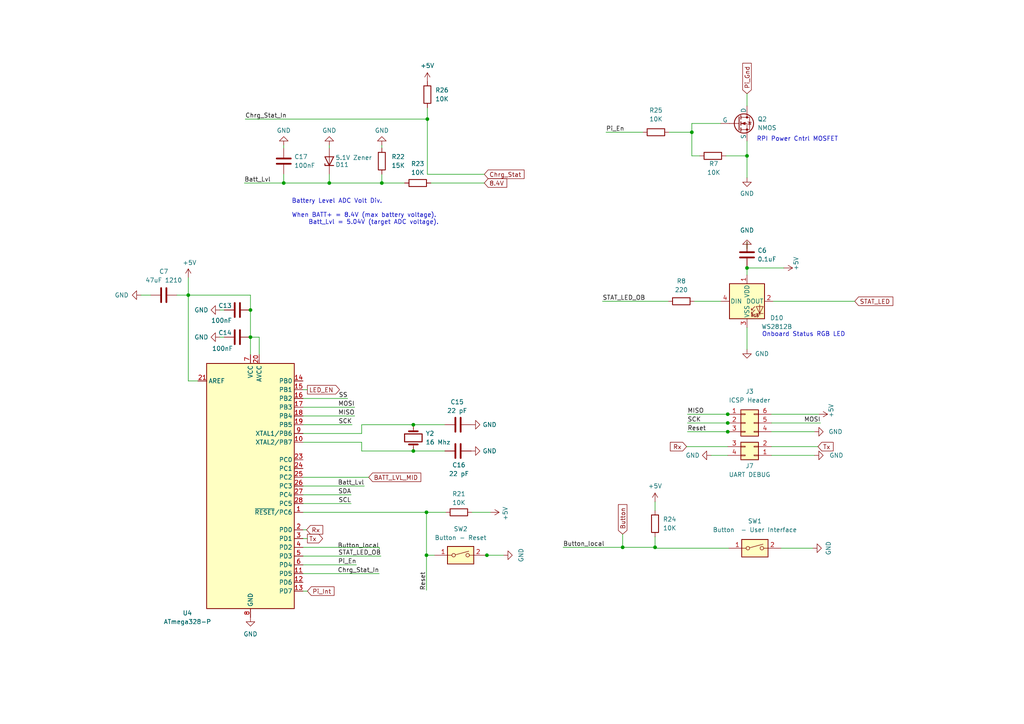
<source format=kicad_sch>
(kicad_sch (version 20230121) (generator eeschema)
  (paper "A4")
  (title_block (title "OpenActionCam") (date "2025-04-10") (rev "0.2") (company "KBader94") (comment 1 "https://github.com/kbader94/OpenActionCam"))
  (lib_symbols
    (symbol "+5V_2" (power) (pin_names (offset 0))
      (property "Value" "+5V_2" (at 0 3.556 0))
      (symbol "+5V_2_0_1"
        (polyline (pts (xy -0.762 1.27) (xy 0 2.54)))
        (polyline (pts (xy 0 0) (xy 0 2.54)))
        (polyline (pts (xy 0 2.54) (xy 0.762 1.27)))
      )
      (symbol "+5V_2_1_1"
        (pin power_in line (at 0 0 90) (length 0) hide (name "+5V") (number "1"))
      )
    )
    (symbol "+5V_3" (power) (pin_names (offset 0))
      (property "Value" "+5V_3" (at 0 3.556 0))
      (symbol "+5V_3_0_1"
        (polyline (pts (xy -0.762 1.27) (xy 0 2.54)))
        (polyline (pts (xy 0 0) (xy 0 2.54)))
        (polyline (pts (xy 0 2.54) (xy 0.762 1.27)))
      )
      (symbol "+5V_3_1_1"
        (pin power_in line (at 0 0 90) (length 0) hide (name "+5V") (number "1"))
      )
    )
    (symbol "Connector_Generic:Conn_02x02_Counter_Clockwise" (pin_names (offset 1.016) hide)
      (property "Reference" "J" (at 1.27 2.54 0))
      (property "Value" "Conn_02x02_Counter_Clockwise" (at 1.27 -5.08 0))
      (symbol "Conn_02x02_Counter_Clockwise_1_1"
        (rectangle (start -1.27 -2.413) (end 0 -2.667) (stroke (width 0.1524)))
        (rectangle (start -1.27 0.127) (end 0 -0.127) (stroke (width 0.1524)))
        (rectangle (start -1.27 1.27) (end 3.81 -3.81) (stroke (width 0.254)) (fill (type background)))
        (rectangle (start 3.81 -2.413) (end 2.54 -2.667) (stroke (width 0.1524)))
        (rectangle (start 3.81 0.127) (end 2.54 -0.127) (stroke (width 0.1524)))
        (pin passive line (at -5.08 0 0) (length 3.81) (name "Pin_1") (number "1"))
        (pin passive line (at -5.08 -2.54 0) (length 3.81) (name "Pin_2") (number "2"))
        (pin passive line (at 7.62 -2.54 180) (length 3.81) (name "Pin_3") (number "3"))
        (pin passive line (at 7.62 0 180) (length 3.81) (name "Pin_4") (number "4"))
      )
    )
    (symbol "Connector_Generic:Conn_02x03_Counter_Clockwise" (pin_names (offset 1.016) hide)
      (property "Reference" "J" (at 1.27 5.08 0))
      (property "Value" "Conn_02x03_Counter_Clockwise" (at 1.27 -5.08 0))
      (symbol "Conn_02x03_Counter_Clockwise_1_1"
        (rectangle (start -1.27 -2.413) (end 0 -2.667) (stroke (width 0.1524)))
        (rectangle (start -1.27 0.127) (end 0 -0.127) (stroke (width 0.1524)))
        (rectangle (start -1.27 2.667) (end 0 2.413) (stroke (width 0.1524)))
        (rectangle (start -1.27 3.81) (end 3.81 -3.81) (stroke (width 0.254)) (fill (type background)))
        (rectangle (start 3.81 -2.413) (end 2.54 -2.667) (stroke (width 0.1524)))
        (rectangle (start 3.81 0.127) (end 2.54 -0.127) (stroke (width 0.1524)))
        (rectangle (start 3.81 2.667) (end 2.54 2.413) (stroke (width 0.1524)))
        (pin passive line (at -5.08 2.54 0) (length 3.81) (name "Pin_1") (number "1"))
        (pin passive line (at -5.08 0 0) (length 3.81) (name "Pin_2") (number "2"))
        (pin passive line (at -5.08 -2.54 0) (length 3.81) (name "Pin_3") (number "3"))
        (pin passive line (at 7.62 -2.54 180) (length 3.81) (name "Pin_4") (number "4"))
        (pin passive line (at 7.62 0 180) (length 3.81) (name "Pin_5") (number "5"))
        (pin passive line (at 7.62 2.54 180) (length 3.81) (name "Pin_6") (number "6"))
      )
    )
    (symbol "Device:C" (pin_numbers hide) (pin_names (offset 0.254))
      (property "Reference" "C" (at 0.635 2.54 0))
      (property "Value" "C" (at 0.635 -2.54 0))
      (symbol "C_0_1"
        (polyline (pts (xy -2.032 -0.762) (xy 2.032 -0.762)) (stroke (width 0.508)))
        (polyline (pts (xy -2.032 0.762) (xy 2.032 0.762)) (stroke (width 0.508)))
      )
      (symbol "C_1_1"
        (pin passive line (at 0 3.81 270) (length 2.794) (name "~") (number "1"))
        (pin passive line (at 0 -3.81 90) (length 2.794) (name "~") (number "2"))
      )
    )
    (symbol "Device:Crystal" (pin_numbers hide) (pin_names (offset 1.016) hide)
      (property "Reference" "Y" (at 0 3.81 0))
      (property "Value" "Crystal" (at 0 -3.81 0))
      (symbol "Crystal_0_1"
        (rectangle (start -1.143 2.54) (end 1.143 -2.54) (stroke (width 0.3048)))
        (polyline (pts (xy -2.54 0) (xy -1.905 0)))
        (polyline (pts (xy -1.905 -1.27) (xy -1.905 1.27)) (stroke (width 0.508)))
        (polyline (pts (xy 1.905 -1.27) (xy 1.905 1.27)) (stroke (width 0.508)))
        (polyline (pts (xy 2.54 0) (xy 1.905 0)))
      )
      (symbol "Crystal_1_1"
        (pin passive line (at -3.81 0 0) (length 1.27) (name "1") (number "1"))
        (pin passive line (at 3.81 0 180) (length 1.27) (name "2") (number "2"))
      )
    )
    (symbol "Device:D_Zener" (pin_numbers hide) (pin_names (offset 1.016) hide)
      (property "Reference" "D" (at 0 2.54 0))
      (property "Value" "D_Zener" (at 0 -2.54 0))
      (symbol "D_Zener_0_1"
        (polyline (pts (xy 1.27 0) (xy -1.27 0)))
        (polyline (pts (xy -1.27 -1.27) (xy -1.27 1.27) (xy -0.762 1.27)) (stroke (width 0.254)))
        (polyline (pts (xy 1.27 -1.27) (xy 1.27 1.27) (xy -1.27 0) (xy 1.27 -1.27)) (stroke (width 0.254)))
      )
      (symbol "D_Zener_1_1"
        (pin passive line (at -3.81 0 0) (length 2.54) (name "K") (number "1"))
        (pin passive line (at 3.81 0 180) (length 2.54) (name "A") (number "2"))
      )
    )
    (symbol "Device:R" (pin_numbers hide) (pin_names (offset 0))
      (property "Reference" "R" (at 2.032 0 90))
      (property "Value" "R" (at 0 0 90))
      (symbol "R_0_1"
        (rectangle (start -1.016 -2.54) (end 1.016 2.54) (stroke (width 0.254)))
      )
      (symbol "R_1_1"
        (pin passive line (at 0 3.81 270) (length 1.27) (name "~") (number "1"))
        (pin passive line (at 0 -3.81 90) (length 1.27) (name "~") (number "2"))
      )
    )
    (symbol "LED:WS2812B" (pin_names (offset 0.254))
      (property "Reference" "D" (at 5.08 5.715 0))
      (property "Value" "WS2812B" (at 1.27 -5.715 0))
      (symbol "WS2812B_0_0"
        (text "RGB" (at 2.286 -4.191 0) (effects (font (size 0.762 0.762))))
      )
      (symbol "WS2812B_0_1"
        (polyline (pts (xy 1.27 -3.556) (xy 1.778 -3.556)))
        (polyline (pts (xy 1.27 -2.54) (xy 1.778 -2.54)))
        (polyline (pts (xy 4.699 -3.556) (xy 2.667 -3.556)))
        (polyline (pts (xy 2.286 -2.54) (xy 1.27 -3.556) (xy 1.27 -3.048)))
        (polyline (pts (xy 2.286 -1.524) (xy 1.27 -2.54) (xy 1.27 -2.032)))
        (polyline (pts (xy 3.683 -1.016) (xy 3.683 -3.556) (xy 3.683 -4.064)))
        (polyline (pts (xy 4.699 -1.524) (xy 2.667 -1.524) (xy 3.683 -3.556) (xy 4.699 -1.524)))
        (rectangle (start 5.08 5.08) (end -5.08 -5.08) (stroke (width 0.254)) (fill (type background)))
      )
      (symbol "WS2812B_1_1"
        (pin power_in line (at 0 7.62 270) (length 2.54) (name "VDD") (number "1"))
        (pin output line (at 7.62 0 180) (length 2.54) (name "DOUT") (number "2"))
        (pin power_in line (at 0 -7.62 90) (length 2.54) (name "VSS") (number "3"))
        (pin input line (at -7.62 0 0) (length 2.54) (name "DIN") (number "4"))
      )
    )
    (symbol "MCU_Microchip_ATmega:ATmega328-P"
      (property "Reference" "U" (at -12.7 36.83 0))
      (property "Value" "ATmega328-P" (at 2.54 -36.83 0))
      (symbol "ATmega328-P_0_1"
        (rectangle (start -12.7 -35.56) (end 12.7 35.56) (stroke (width 0.254)) (fill (type background)))
      )
      (symbol "ATmega328-P_1_1"
        (pin bidirectional line (at 15.24 -7.62 180) (length 2.54) (name "~{RESET}/PC6") (number "1"))
        (pin bidirectional line (at 15.24 12.7 180) (length 2.54) (name "XTAL2/PB7") (number "10"))
        (pin bidirectional line (at 15.24 -25.4 180) (length 2.54) (name "PD5") (number "11"))
        (pin bidirectional line (at 15.24 -27.94 180) (length 2.54) (name "PD6") (number "12"))
        (pin bidirectional line (at 15.24 -30.48 180) (length 2.54) (name "PD7") (number "13"))
        (pin bidirectional line (at 15.24 30.48 180) (length 2.54) (name "PB0") (number "14"))
        (pin bidirectional line (at 15.24 27.94 180) (length 2.54) (name "PB1") (number "15"))
        (pin bidirectional line (at 15.24 25.4 180) (length 2.54) (name "PB2") (number "16"))
        (pin bidirectional line (at 15.24 22.86 180) (length 2.54) (name "PB3") (number "17"))
        (pin bidirectional line (at 15.24 20.32 180) (length 2.54) (name "PB4") (number "18"))
        (pin bidirectional line (at 15.24 17.78 180) (length 2.54) (name "PB5") (number "19"))
        (pin bidirectional line (at 15.24 -12.7 180) (length 2.54) (name "PD0") (number "2"))
        (pin power_in line (at 2.54 38.1 270) (length 2.54) (name "AVCC") (number "20"))
        (pin passive line (at -15.24 30.48 0) (length 2.54) (name "AREF") (number "21"))
        (pin passive line (at 0 -38.1 90) (length 2.54) hide (name "GND") (number "22"))
        (pin bidirectional line (at 15.24 7.62 180) (length 2.54) (name "PC0") (number "23"))
        (pin bidirectional line (at 15.24 5.08 180) (length 2.54) (name "PC1") (number "24"))
        (pin bidirectional line (at 15.24 2.54 180) (length 2.54) (name "PC2") (number "25"))
        (pin bidirectional line (at 15.24 0 180) (length 2.54) (name "PC3") (number "26"))
        (pin bidirectional line (at 15.24 -2.54 180) (length 2.54) (name "PC4") (number "27"))
        (pin bidirectional line (at 15.24 -5.08 180) (length 2.54) (name "PC5") (number "28"))
        (pin bidirectional line (at 15.24 -15.24 180) (length 2.54) (name "PD1") (number "3"))
        (pin bidirectional line (at 15.24 -17.78 180) (length 2.54) (name "PD2") (number "4"))
        (pin bidirectional line (at 15.24 -20.32 180) (length 2.54) (name "PD3") (number "5"))
        (pin bidirectional line (at 15.24 -22.86 180) (length 2.54) (name "PD4") (number "6"))
        (pin power_in line (at 0 38.1 270) (length 2.54) (name "VCC") (number "7"))
        (pin power_in line (at 0 -38.1 90) (length 2.54) (name "GND") (number "8"))
        (pin bidirectional line (at 15.24 15.24 180) (length 2.54) (name "XTAL1/PB6") (number "9"))
      )
    )
    (symbol "Simulation_SPICE:NMOS" (pin_numbers hide) (pin_names (offset 0))
      (property "Reference" "Q" (at 5.08 1.27 0))
      (property "Value" "NMOS" (at 5.08 -1.27 0))
      (symbol "NMOS_0_1"
        (polyline (pts (xy 0.254 0) (xy -2.54 0)))
        (polyline (pts (xy 0.254 1.905) (xy 0.254 -1.905)) (stroke (width 0.254)))
        (polyline (pts (xy 0.762 -1.27) (xy 0.762 -2.286)) (stroke (width 0.254)))
        (polyline (pts (xy 0.762 0.508) (xy 0.762 -0.508)) (stroke (width 0.254)))
        (polyline (pts (xy 0.762 2.286) (xy 0.762 1.27)) (stroke (width 0.254)))
        (polyline (pts (xy 2.54 2.54) (xy 2.54 1.778)))
        (polyline (pts (xy 2.54 -2.54) (xy 2.54 0) (xy 0.762 0)))
        (polyline (pts (xy 0.762 -1.778) (xy 3.302 -1.778) (xy 3.302 1.778) (xy 0.762 1.778)))
        (polyline (pts (xy 1.016 0) (xy 2.032 0.381) (xy 2.032 -0.381) (xy 1.016 0)) (fill (type outline)))
        (polyline (pts (xy 2.794 0.508) (xy 2.921 0.381) (xy 3.683 0.381) (xy 3.81 0.254)))
        (polyline (pts (xy 3.302 0.381) (xy 2.921 -0.254) (xy 3.683 -0.254) (xy 3.302 0.381)))
        (circle (center 1.651 0) (radius 2.794) (stroke (width 0.254)))
        (circle (center 2.54 -1.778) (radius 0.254) (fill (type outline)))
        (circle (center 2.54 1.778) (radius 0.254) (fill (type outline)))
      )
      (symbol "NMOS_1_1"
        (pin passive line (at 2.54 5.08 270) (length 2.54) (name "D") (number "1"))
        (pin input line (at -5.08 0 0) (length 2.54) (name "G") (number "2"))
        (pin passive line (at 2.54 -5.08 90) (length 2.54) (name "S") (number "3"))
      )
    )
    (symbol "Switch:SW_DIP_x01" (pin_names (offset 0) hide)
      (property "Reference" "SW" (at 0 3.81 0))
      (property "Value" "SW_DIP_x01" (at 0 -3.81 0))
      (symbol "SW_DIP_x01_0_0"
        (circle (center -2.032 0) (radius 0.508))
        (polyline (pts (xy -1.524 0.127) (xy 2.3622 1.1684)))
        (circle (center 2.032 0) (radius 0.508))
      )
      (symbol "SW_DIP_x01_0_1"
        (rectangle (start -3.81 2.54) (end 3.81 -2.54) (stroke (width 0.254)) (fill (type background)))
      )
      (symbol "SW_DIP_x01_1_1"
        (pin passive line (at -7.62 0 0) (length 5.08) (name "~") (number "1"))
        (pin passive line (at 7.62 0 180) (length 5.08) (name "~") (number "2"))
      )
    )
    (symbol "power:+5V" (power) (pin_names (offset 0))
      (property "Value" "+5V" (at 0 3.556 0))
      (symbol "+5V_0_1"
        (polyline (pts (xy -0.762 1.27) (xy 0 2.54)))
        (polyline (pts (xy 0 0) (xy 0 2.54)))
        (polyline (pts (xy 0 2.54) (xy 0.762 1.27)))
      )
      (symbol "+5V_1_1"
        (pin power_in line (at 0 0 90) (length 0) hide (name "+5V") (number "1"))
      )
    )
    (symbol "power:GND" (power) (pin_names (offset 0))
      (property "Value" "GND" (at 0 -3.81 0))
      (symbol "GND_0_1"
        (polyline (pts (xy 0 0) (xy 0 -1.27) (xy 1.27 -1.27) (xy 0 -2.54) (xy -1.27 -1.27) (xy 0 -1.27)))
      )
      (symbol "GND_1_1"
        (pin power_in line (at 0 0 270) (length 0) hide (name "GND") (number "1"))
      )
    )
  )
  (junction (at 54.61 85.598))
  (junction (at 180.594 158.75))
  (junction (at 211.074 120.142))
  (junction (at 123.952 34.544))
  (junction (at 200.66 38.354))
  (junction (at 72.644 97.79))
  (junction (at 82.296 53.086))
  (junction (at 119.888 123.19))
  (junction (at 72.644 89.916))
  (junction (at 216.662 77.724))
  (junction (at 123.698 148.59))
  (junction (at 211.074 125.222))
  (junction (at 110.744 53.086))
  (junction (at 189.992 158.75))
  (junction (at 216.662 45.212))
  (junction (at 119.888 130.81))
  (junction (at 141.224 161.036))
  (junction (at 95.504 53.086))
  (junction (at 211.074 122.682))
  (junction (at 123.698 161.036))
  (wire (pts (xy 189.992 145.542) (xy 189.992 148.082)))
  (wire (pts (xy 175.768 38.354) (xy 186.436 38.354)))
  (wire (pts (xy 224.282 87.376) (xy 247.904 87.376)))
  (wire (pts (xy 82.296 50.546) (xy 82.296 53.086)))
  (wire (pts (xy 101.854 146.05) (xy 87.884 146.05)))
  (wire (pts (xy 51.308 85.598) (xy 54.61 85.598)))
  (wire (pts (xy 180.594 158.75) (xy 189.992 158.75)))
  (wire (pts (xy 87.884 158.75) (xy 109.982 158.75)))
  (wire (pts (xy 89.154 171.45) (xy 87.884 171.45)))
  (wire (pts (xy 123.952 34.544) (xy 123.952 50.546)))
  (wire (pts (xy 87.884 125.73) (xy 104.902 125.73)))
  (wire (pts (xy 72.644 97.79) (xy 75.184 97.79)))
  (wire (pts (xy 40.894 85.598) (xy 43.688 85.598)))
  (wire (pts (xy 189.992 158.75) (xy 189.992 159.004)))
  (wire (pts (xy 82.296 53.086) (xy 95.504 53.086)))
  (wire (pts (xy 119.888 130.81) (xy 129.032 130.81)))
  (wire (pts (xy 104.902 123.19) (xy 119.888 123.19)))
  (wire (pts (xy 87.884 166.37) (xy 109.982 166.37)))
  (wire (pts (xy 223.774 125.222) (xy 236.22 125.222)))
  (wire (pts (xy 210.566 45.212) (xy 216.662 45.212)))
  (wire (pts (xy 72.644 89.916) (xy 72.644 97.79)))
  (wire (pts (xy 123.698 148.59) (xy 123.698 161.036)))
  (wire (pts (xy 104.902 128.27) (xy 87.884 128.27)))
  (wire (pts (xy 189.992 158.75) (xy 189.992 155.702)))
  (wire (pts (xy 206.248 132.08) (xy 211.074 132.08)))
  (wire (pts (xy 199.39 122.682) (xy 211.074 122.682)))
  (wire (pts (xy 110.744 42.164) (xy 110.744 42.926)))
  (wire (pts (xy 109.982 159.258) (xy 109.982 158.75)))
  (wire (pts (xy 110.744 50.546) (xy 110.744 53.086)))
  (wire (pts (xy 104.902 130.81) (xy 104.902 128.27)))
  (wire (pts (xy 200.66 35.814) (xy 200.66 38.354)))
  (wire (pts (xy 123.952 34.544) (xy 123.952 31.242)))
  (wire (pts (xy 119.888 130.81) (xy 104.902 130.81)))
  (wire (pts (xy 104.902 125.73) (xy 104.902 123.19)))
  (wire (pts (xy 211.074 122.682) (xy 211.328 122.682)))
  (wire (pts (xy 123.698 161.036) (xy 123.698 171.196)))
  (wire (pts (xy 102.108 123.19) (xy 87.884 123.19)))
  (wire (pts (xy 223.774 122.682) (xy 237.998 122.682)))
  (wire (pts (xy 226.568 159.004) (xy 235.712 159.004)))
  (wire (pts (xy 201.422 87.376) (xy 209.042 87.376)))
  (wire (pts (xy 216.662 77.724) (xy 227.33 77.724)))
  (wire (pts (xy 174.752 87.376) (xy 193.802 87.376)))
  (wire (pts (xy 199.136 129.54) (xy 211.074 129.54)))
  (wire (pts (xy 216.662 101.346) (xy 216.662 94.996)))
  (wire (pts (xy 119.888 123.19) (xy 129.032 123.19)))
  (wire (pts (xy 110.744 53.086) (xy 117.348 53.086)))
  (wire (pts (xy 140.462 50.546) (xy 123.952 50.546)))
  (wire (pts (xy 211.074 125.222) (xy 211.328 125.222)))
  (wire (pts (xy 199.39 120.142) (xy 211.074 120.142)))
  (wire (pts (xy 54.61 85.598) (xy 72.644 85.598)))
  (wire (pts (xy 200.66 45.212) (xy 200.66 38.354)))
  (wire (pts (xy 88.9 153.67) (xy 87.884 153.67)))
  (wire (pts (xy 95.504 53.086) (xy 110.744 53.086)))
  (wire (pts (xy 200.66 45.212) (xy 202.946 45.212)))
  (wire (pts (xy 200.66 35.814) (xy 209.042 35.814)))
  (wire (pts (xy 194.056 38.354) (xy 200.66 38.354)))
  (wire (pts (xy 140.97 161.036) (xy 141.224 161.036)))
  (wire (pts (xy 123.698 148.59) (xy 87.884 148.59)))
  (wire (pts (xy 216.662 40.894) (xy 216.662 45.212)))
  (wire (pts (xy 236.22 132.08) (xy 223.774 132.08)))
  (wire (pts (xy 216.662 45.212) (xy 216.662 51.562)))
  (wire (pts (xy 82.296 42.164) (xy 82.296 42.926)))
  (wire (pts (xy 211.074 120.142) (xy 211.328 120.142)))
  (wire (pts (xy 223.774 120.142) (xy 237.49 120.142)))
  (wire (pts (xy 103.378 163.83) (xy 87.884 163.83)))
  (wire (pts (xy 180.594 154.94) (xy 180.594 158.75)))
  (wire (pts (xy 95.504 50.546) (xy 95.504 53.086)))
  (wire (pts (xy 54.61 80.518) (xy 54.61 85.598)))
  (wire (pts (xy 89.154 156.21) (xy 87.884 156.21)))
  (wire (pts (xy 216.662 70.104) (xy 216.662 72.136)))
  (wire (pts (xy 110.49 161.29) (xy 87.884 161.29)))
  (wire (pts (xy 72.644 97.79) (xy 72.644 102.87)))
  (wire (pts (xy 102.87 118.11) (xy 87.884 118.11)))
  (wire (pts (xy 163.322 158.75) (xy 180.594 158.75)))
  (wire (pts (xy 216.662 77.724) (xy 216.662 79.756)))
  (wire (pts (xy 124.968 53.086) (xy 140.462 53.086)))
  (wire (pts (xy 63.754 97.79) (xy 65.024 97.79)))
  (wire (pts (xy 125.984 161.036) (xy 123.698 161.036)))
  (wire (pts (xy 123.698 148.59) (xy 129.286 148.59)))
  (wire (pts (xy 72.644 85.598) (xy 72.644 89.916)))
  (wire (pts (xy 95.504 42.164) (xy 95.504 42.926)))
  (wire (pts (xy 75.184 97.79) (xy 75.184 102.87)))
  (wire (pts (xy 71.12 34.544) (xy 123.952 34.544)))
  (wire (pts (xy 141.224 161.036) (xy 146.05 161.036)))
  (wire (pts (xy 199.39 125.222) (xy 211.074 125.222)))
  (wire (pts (xy 105.664 140.97) (xy 87.884 140.97)))
  (wire (pts (xy 216.662 27.178) (xy 216.662 30.734)))
  (wire (pts (xy 100.838 115.57) (xy 87.884 115.57)))
  (wire (pts (xy 54.61 110.49) (xy 57.404 110.49)))
  (wire (pts (xy 54.61 85.598) (xy 54.61 110.49)))
  (wire (pts (xy 189.992 159.004) (xy 211.328 159.004)))
  (wire (pts (xy 142.24 148.59) (xy 136.906 148.59)))
  (wire (pts (xy 70.866 53.086) (xy 82.296 53.086)))
  (wire (pts (xy 102.87 120.65) (xy 87.884 120.65)))
  (wire (pts (xy 106.934 138.43) (xy 87.884 138.43)))
  (wire (pts (xy 223.774 129.54) (xy 237.236 129.54)))
  (wire (pts (xy 63.754 89.916) (xy 65.024 89.916)))
  (wire (pts (xy 89.154 113.03) (xy 87.884 113.03)))
  (wire (pts (xy 101.854 143.51) (xy 87.884 143.51)))
  (text "Onboard Status RGB LED" (at 220.98 97.79 0) (effects (font (size 1.27 1.27)) (justify left bottom)))
  (text "RPI Power Cntrl MOSFET\n" (at 219.456 41.148 0) (effects (font (size 1.27 1.27)) (justify left bottom)))
  (text "Battery Level ADC Volt Div. \n\nWhen BATT+ = 8.4V (max battery voltage).\n     Batt_Lvl = 5.04V (target ADC voltage).\n" (at 84.582 65.278 0) (effects (font (size 1.27 1.27)) (justify left bottom)))
  (label "Batt_Lvl" (at 105.664 140.97 180))
  (label "SS" (at 100.838 115.57 180))
  (label "SCL" (at 101.854 146.05 180))
  (label "Reset" (at 199.39 125.222 0))
  (label "Pi_En" (at 103.378 163.83 180))
  (label "Chrg_Stat_In" (at 71.12 34.544 0))
  (label "Batt_Lvl" (at 70.866 53.086 0))
  (label "SDA" (at 101.854 143.51 180))
  (label "Reset" (at 123.698 171.196 90))
  (label "MISO" (at 102.87 120.65 180))
  (label "STAT_LED_OB" (at 174.752 87.376 0))
  (label "SCK" (at 102.108 123.19 180))
  (label "Chrg_Stat_In" (at 109.982 166.37 180))
  (label "MOSI" (at 237.998 122.682 180))
  (label "Pi_En" (at 175.768 38.354 0))
  (label "MOSI" (at 102.87 118.11 180))
  (label "STAT_LED_OB" (at 110.49 161.29 180))
  (label "SCK" (at 199.39 122.682 0))
  (label "Button_local" (at 163.322 158.75 0))
  (label "MISO" (at 199.39 120.142 0))
  (label "Button_local" (at 109.982 159.258 180))
  (global_label "Tx" (shape output) (at 89.154 156.21 0) (property "Intersheetrefs" "${INTERSHEET_REFS}" (effects hide)))
  (global_label "STAT_LED" (shape input) (at 247.904 87.376 0) (property "Intersheetrefs" "${INTERSHEET_REFS}" (effects hide)))
  (global_label "Rx" (shape input) (at 88.9 153.67 0) (property "Intersheetrefs" "${INTERSHEET_REFS}" (effects hide)))
  (global_label "BATT_LVL_MID" (shape input) (at 106.934 138.43 0) (property "Intersheetrefs" "${INTERSHEET_REFS}" (effects hide)))
  (global_label "Rx" (shape input) (at 199.136 129.54 180) (property "Intersheetrefs" "${INTERSHEET_REFS}" (effects hide)))
  (global_label "Pi_Gnd" (shape input) (at 216.662 27.178 90) (property "Intersheetrefs" "${INTERSHEET_REFS}" (effects hide)))
  (global_label "Pi_Int" (shape input) (at 89.154 171.45 0) (property "Intersheetrefs" "${INTERSHEET_REFS}" (effects hide)))
  (global_label "LED_EN" (shape output) (at 89.154 113.03 0) (property "Intersheetrefs" "${INTERSHEET_REFS}" (effects hide)))
  (global_label "Button" (shape input) (at 180.594 154.94 90) (property "Intersheetrefs" "${INTERSHEET_REFS}" (effects hide)))
  (global_label "8.4V" (shape input) (at 140.462 53.086 0) (property "Intersheetrefs" "${INTERSHEET_REFS}" (effects hide)))
  (global_label "Tx" (shape input) (at 237.236 129.54 0) (property "Intersheetrefs" "${INTERSHEET_REFS}" (effects hide)))
  (global_label "Chrg_Stat" (shape input) (at 140.462 50.546 0) (property "Intersheetrefs" "${INTERSHEET_REFS}" (effects hide)))
  (symbol (lib_id "Device:C") (at 132.842 130.81 90) (unit 1)
    (property "Reference" "C16" (at 133.096 134.874 90))
    (property "Value" "22 pF" (at 133.096 137.414 90))
    (property "Footprint" "Capacitor_SMD:C_0603_1608Metric_Pad1.08x0.95mm_HandSolder" (effects hide))
  )
  (symbol (lib_id "Device:C") (at 68.834 97.79 90) (unit 1)
    (property "Reference" "C14" (at 65.278 96.52 90))
    (property "Value" "100nF" (at 64.516 101.092 90))
    (property "Footprint" "Capacitor_SMD:C_0603_1608Metric_Pad1.08x0.95mm_HandSolder" (effects hide))
  )
  (symbol (lib_id "power:GND") (at 206.248 132.08 270) (unit 1)
    (property "Reference" "#PWR027" (effects hide))
    (property "Value" "GND" (at 202.946 132.08 90) (effects (justify right)))
  )
  (symbol (lib_id "power:+5V") (at 227.33 77.724 270) (unit 1)
    (property "Reference" "#PWR019" (effects hide))
    (property "Value" "+5V" (at 230.886 76.454 0))
  )
  (symbol (lib_id "power:GND") (at 40.894 85.598 270) (unit 1)
    (property "Reference" "#PWR017" (effects hide))
    (property "Value" "GND" (at 37.338 85.598 90) (effects (justify right)))
  )
  (symbol (lib_id "power:GND") (at 63.754 97.79 270) (unit 1)
    (property "Reference" "#PWR047" (effects hide))
    (property "Value" "GND" (at 60.452 97.79 90) (effects (justify right)))
  )
  (symbol (lib_id "power:GND") (at 216.662 51.562 0) (unit 1)
    (property "Reference" "#PWR055" (effects hide))
    (property "Value" "GND" (at 216.662 56.134 0))
  )
  (symbol (lib_id "Device:R") (at 121.158 53.086 90) (unit 1)
    (property "Reference" "R23" (at 121.158 47.498 90))
    (property "Value" "10K" (at 121.158 50.038 90))
    (property "Footprint" "Resistor_SMD:R_0603_1608Metric_Pad0.98x0.95mm_HandSolder" (effects hide))
  )
  (symbol (lib_id "power:GND") (at 110.744 42.164 180) (unit 1)
    (property "Reference" "#PWR052" (effects hide))
    (property "Value" "GND" (at 110.744 37.846 0))
  )
  (symbol (lib_id "Device:R") (at 133.096 148.59 270) (unit 1)
    (property "Reference" "R21" (at 133.096 143.256 90))
    (property "Value" "10K" (at 133.096 145.796 90))
    (property "Footprint" "Resistor_SMD:R_0603_1608Metric_Pad0.98x0.95mm_HandSolder" (effects hide))
  )
  (symbol (lib_id "power:GND") (at 235.712 159.004 90) (unit 1)
    (property "Reference" "#PWR056" (effects hide))
    (property "Value" "GND" (at 240.284 159.004 0))
  )
  (symbol (lib_id "power:GND") (at 216.662 72.136 180) (unit 1)
    (property "Reference" "#PWR06" (effects hide))
    (property "Value" "GND" (at 216.662 66.802 0))
  )
  (symbol (lib_id "power:GND") (at 82.296 42.164 180) (unit 1)
    (property "Reference" "#PWR057" (effects hide))
    (property "Value" "GND" (at 82.296 37.846 0))
  )
  (symbol (lib_id "power:GND") (at 72.644 179.07 0) (unit 1)
    (property "Reference" "#PWR048" (effects hide))
    (property "Value" "GND" (at 72.644 183.896 0))
  )
  (symbol (lib_id "Device:R") (at 197.612 87.376 90) (unit 1)
    (property "Reference" "R8" (at 197.612 81.534 90))
    (property "Value" "220" (at 197.612 84.074 90))
    (property "Footprint" "Resistor_SMD:R_0603_1608Metric_Pad0.98x0.95mm_HandSolder" (effects hide))
  )
  (symbol (lib_id "power:GND") (at 63.754 89.916 270) (unit 1)
    (property "Reference" "#PWR046" (effects hide))
    (property "Value" "GND" (at 60.452 89.916 90) (effects (justify right)))
  )
  (symbol (lib_id "Device:R") (at 190.246 38.354 90) (unit 1)
    (property "Reference" "R25" (at 190.246 32.004 90))
    (property "Value" "10K" (at 190.246 34.544 90))
    (property "Footprint" "Resistor_SMD:R_0603_1608Metric" (effects hide))
  )
  (symbol (lib_id "power:+5V") (at 142.24 148.59 270) (unit 1)
    (property "Reference" "#PWR054" (effects hide))
    (property "Value" "+5V" (at 146.5644 148.9583 0))
  )
  (symbol (lib_id "power:GND") (at 236.22 125.222 90) (unit 1)
    (property "Reference" "#PWR062" (effects hide))
    (property "Value" "GND" (at 240.284 125.222 90) (effects (justify right)))
  )
  (symbol (lib_id "Connector_Generic:Conn_02x03_Counter_Clockwise") (at 216.154 122.682 0) (unit 1)
    (property "Reference" "J3" (at 217.424 113.538 0))
    (property "Value" "ICSP Header" (at 217.424 116.078 0))
    (property "Footprint" "Connector_PinSocket_2.54mm:PinSocket_2x03_P2.54mm_Vertical" (effects hide))
  )
  (symbol (lib_id "power:+5V") (at 237.49 120.142 270) (unit 1)
    (property "Reference" "#PWR063" (effects hide))
    (property "Value" "+5V" (at 241.046 119.126 0))
  )
  (symbol (lib_id "Simulation_SPICE:NMOS") (at 214.122 35.814 0) (unit 1)
    (property "Reference" "Q2" (at 219.71 34.544 0) (effects (justify left)))
    (property "Value" "NMOS" (at 219.71 37.084 0) (effects (justify left)))
    (property "Footprint" "FET - AOSP36326C:SOIC127P490X600X175-8N" (effects hide))
    (property "Datasheet" "https://ngspice.sourceforge.io/docs/ngspice-manual.pdf" (effects hide))
    (property "Sim.Device" "NMOS" (effects hide))
    (property "Sim.Type" "VDMOS" (effects hide))
    (property "Sim.Pins" "1=D 2=G 3=S" (effects hide))
  )
  (symbol (lib_id "LED:WS2812B") (at 216.662 87.376 0) (unit 1)
    (property "Reference" "D10" (at 225.298 92.202 0))
    (property "Value" "WS2812B" (at 225.298 94.742 0))
    (property "Footprint" "LED_SMD:LED_WS2812B_PLCC4_5.0x5.0mm_P3.2mm" (effects hide))
    (property "Datasheet" "https://cdn-shop.adafruit.com/datasheets/WS2812B.pdf" (effects hide))
  )
  (symbol (lib_id "MCU_Microchip_ATmega:ATmega328-P") (at 72.644 140.97 0) (unit 1)
    (property "Reference" "U4" (at 54.356 177.8 0))
    (property "Value" "ATmega328-P" (at 54.356 180.34 0))
    (property "Footprint" "ATMEGA328-AU:QFP80P900X900X120-32N" (effects hide))
    (property "Datasheet" "http://ww1.microchip.com/downloads/en/DeviceDoc/ATmega328_P%20AVR%20MCU%20with%20picoPower%20Technology%20Data%20Sheet%2040001984A.pdf" (effects hide))
  )
  (symbol (lib_id "Device:R") (at 123.952 27.432 0) (unit 1)
    (property "Reference" "R26" (at 126.238 26.162 0) (effects (justify left)))
    (property "Value" "10K" (at 126.238 28.702 0) (effects (justify left)))
    (property "Footprint" "Resistor_SMD:R_0603_1608Metric" (effects hide))
  )
  (symbol (lib_id "Device:R") (at 206.756 45.212 90) (unit 1)
    (property "Reference" "R7" (at 207.01 47.498 90))
    (property "Value" "10K" (at 207.01 50.038 90))
    (property "Footprint" "Resistor_SMD:R_0603_1608Metric_Pad0.98x0.95mm_HandSolder" (effects hide))
  )
  (symbol (lib_id "Device:C") (at 82.296 46.736 0) (unit 1)
    (property "Reference" "C17" (at 85.344 45.466 0) (effects (justify left)))
    (property "Value" "100nF" (at 85.344 48.006 0) (effects (justify left)))
    (property "Footprint" "Capacitor_SMD:C_0603_1608Metric_Pad1.08x0.95mm_HandSolder" (effects hide))
  )
  (symbol (lib_name "+5V_3") (lib_id "power:+5V") (at 189.992 145.542 0) (unit 1)
    (property "Reference" "#PWR03" (effects hide))
    (property "Value" "+5V" (at 189.992 140.97 0))
  )
  (symbol (lib_id "power:+5V") (at 54.61 80.518 0) (unit 1)
    (property "Reference" "#PWR045" (effects hide))
    (property "Value" "+5V" (at 54.9783 76.1936 0))
  )
  (symbol (lib_id "Device:C") (at 68.834 89.916 90) (unit 1)
    (property "Reference" "C13" (at 65.278 88.646 90))
    (property "Value" "100nF" (at 64.262 92.964 90))
    (property "Footprint" "Capacitor_SMD:C_0603_1608Metric_Pad1.08x0.95mm_HandSolder" (effects hide))
  )
  (symbol (lib_id "Device:R") (at 110.744 46.736 0) (unit 1)
    (property "Reference" "R22" (at 113.538 45.466 0) (effects (justify left)))
    (property "Value" "15K" (at 113.538 48.006 0) (effects (justify left)))
    (property "Footprint" "Resistor_SMD:R_0603_1608Metric_Pad0.98x0.95mm_HandSolder" (effects hide))
  )
  (symbol (lib_id "Device:C") (at 47.498 85.598 90) (unit 1)
    (property "Reference" "C7" (at 47.498 78.74 90))
    (property "Value" "47uF 1210" (at 47.498 81.28 90))
    (property "Footprint" "Capacitor_SMD:C_1210_3225Metric_Pad1.33x2.70mm_HandSolder" (effects hide))
  )
  (symbol (lib_id "Connector_Generic:Conn_02x02_Counter_Clockwise") (at 218.694 132.08 180) (unit 1)
    (property "Reference" "J7" (at 217.424 135.128 0))
    (property "Value" "UART DEBUG" (at 217.424 137.668 0))
    (property "Footprint" "Connector_PinSocket_2.54mm:PinSocket_2x02_P2.54mm_Vertical" (effects hide))
  )
  (symbol (lib_id "Device:Crystal") (at 119.888 127 90) (unit 1)
    (property "Reference" "Y2" (at 123.444 125.73 90) (effects (justify right)))
    (property "Value" "16 Mhz" (at 123.444 128.27 90) (effects (justify right)))
    (property "Footprint" "Crystal - 16MHz ECS_160_20_5PX_TR:XTAL_ECS-160-20-5PX-TR" (effects hide))
  )
  (symbol (lib_id "power:GND") (at 216.662 101.346 0) (unit 1)
    (property "Reference" "#PWR018" (effects hide))
    (property "Value" "GND" (at 218.948 102.616 0) (effects (justify left)))
  )
  (symbol (lib_id "power:GND") (at 146.05 161.036 90) (unit 1)
    (property "Reference" "#PWR053" (effects hide))
    (property "Value" "GND" (at 151.13 161.036 0))
  )
  (symbol (lib_id "power:GND") (at 136.652 130.81 90) (unit 1)
    (property "Reference" "#PWR051" (effects hide))
    (property "Value" "GND" (at 139.954 130.81 90) (effects (justify right)))
  )
  (symbol (lib_id "power:GND") (at 136.652 123.19 90) (unit 1)
    (property "Reference" "#PWR050" (effects hide))
    (property "Value" "GND" (at 139.954 123.19 90) (effects (justify right)))
  )
  (symbol (lib_id "Device:C") (at 216.662 73.914 0) (unit 1)
    (property "Reference" "C6" (at 219.71 72.644 0) (effects (justify left)))
    (property "Value" "0.1uF" (at 219.71 75.184 0) (effects (justify left)))
    (property "Footprint" "Capacitor_SMD:C_0603_1608Metric_Pad1.08x0.95mm_HandSolder" (effects hide))
  )
  (symbol (lib_id "Switch:SW_DIP_x01") (at 133.604 161.036 0) (unit 1)
    (property "Reference" "SW2" (at 133.604 153.416 0))
    (property "Value" "Button - Reset" (at 133.604 155.956 0))
    (property "Footprint" "Button - PTS815 Tactile SW:SW4_PTS815 SJM 250 SMTR LFS_CNK" (effects hide))
  )
  (symbol (lib_id "Device:R") (at 189.992 151.892 0) (unit 1)
    (property "Reference" "R24" (at 192.278 150.622 0) (effects (justify left)))
    (property "Value" "10K" (at 192.278 153.162 0) (effects (justify left)))
    (property "Footprint" "Resistor_SMD:R_0603_1608Metric_Pad0.98x0.95mm_HandSolder" (effects hide))
  )
  (symbol (lib_id "Device:C") (at 132.842 123.19 90) (unit 1)
    (property "Reference" "C15" (at 132.588 116.586 90))
    (property "Value" "22 pF" (at 132.588 119.126 90))
    (property "Footprint" "Capacitor_SMD:C_0603_1608Metric_Pad1.08x0.95mm_HandSolder" (effects hide))
  )
  (symbol (lib_id "Device:D_Zener") (at 95.504 46.736 90) (unit 1)
    (property "Reference" "D11" (at 97.282 47.752 90) (effects (justify right)))
    (property "Value" "5.1V Zener" (at 97.282 45.72 90) (effects (justify right)))
    (property "Footprint" "Diode_SMD:D_MiniMELF_Handsoldering" (effects hide))
  )
  (symbol (lib_id "Switch:SW_DIP_x01") (at 218.948 159.004 0) (unit 1)
    (property "Reference" "SW1" (at 218.948 151.13 0))
    (property "Value" "Button  - User Interface" (at 218.948 153.67 0))
    (property "Footprint" "Button - PTS815 Tactile SW:SW4_PTS815 SJM 250 SMTR LFS_CNK" (effects hide))
  )
  (symbol (lib_id "power:GND") (at 95.504 42.164 180) (unit 1)
    (property "Reference" "#PWR049" (effects hide))
    (property "Value" "GND" (at 95.504 37.846 0))
  )
  (symbol (lib_name "+5V_2") (lib_id "power:+5V") (at 123.952 23.622 0) (unit 1)
    (property "Reference" "#PWR029" (effects hide))
    (property "Value" "+5V" (at 123.952 19.05 0))
  )
  (symbol (lib_id "power:GND") (at 236.22 132.08 90) (unit 1)
    (property "Reference" "#PWR021" (effects hide))
    (property "Value" "GND" (at 240.538 132.08 90) (effects (justify right)))
  )
)
</source>
